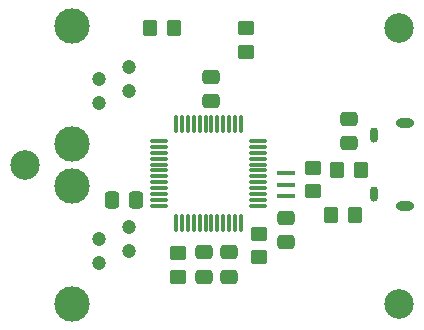
<source format=gbr>
%TF.GenerationSoftware,KiCad,Pcbnew,(5.99.0-8817-g721bf82603)*%
%TF.CreationDate,2021-02-09T01:09:19-06:00*%
%TF.ProjectId,VEXRS485ToSerial,56455852-5334-4383-9554-6f5365726961,rev?*%
%TF.SameCoordinates,Original*%
%TF.FileFunction,Soldermask,Bot*%
%TF.FilePolarity,Negative*%
%FSLAX46Y46*%
G04 Gerber Fmt 4.6, Leading zero omitted, Abs format (unit mm)*
G04 Created by KiCad (PCBNEW (5.99.0-8817-g721bf82603)) date 2021-02-09 01:09:19*
%MOMM*%
%LPD*%
G01*
G04 APERTURE LIST*
G04 Aperture macros list*
%AMRoundRect*
0 Rectangle with rounded corners*
0 $1 Rounding radius*
0 $2 $3 $4 $5 $6 $7 $8 $9 X,Y pos of 4 corners*
0 Add a 4 corners polygon primitive as box body*
4,1,4,$2,$3,$4,$5,$6,$7,$8,$9,$2,$3,0*
0 Add four circle primitives for the rounded corners*
1,1,$1+$1,$2,$3*
1,1,$1+$1,$4,$5*
1,1,$1+$1,$6,$7*
1,1,$1+$1,$8,$9*
0 Add four rect primitives between the rounded corners*
20,1,$1+$1,$2,$3,$4,$5,0*
20,1,$1+$1,$4,$5,$6,$7,0*
20,1,$1+$1,$6,$7,$8,$9,0*
20,1,$1+$1,$8,$9,$2,$3,0*%
G04 Aperture macros list end*
%ADD10C,2.500000*%
%ADD11C,3.000000*%
%ADD12C,1.200000*%
%ADD13O,0.650000X1.300000*%
%ADD14O,1.550000X0.775000*%
%ADD15R,1.600000X0.300000*%
%ADD16RoundRect,0.250000X-0.475000X0.337500X-0.475000X-0.337500X0.475000X-0.337500X0.475000X0.337500X0*%
%ADD17RoundRect,0.250000X0.337500X0.475000X-0.337500X0.475000X-0.337500X-0.475000X0.337500X-0.475000X0*%
%ADD18RoundRect,0.250000X0.350000X0.450000X-0.350000X0.450000X-0.350000X-0.450000X0.350000X-0.450000X0*%
%ADD19RoundRect,0.250000X0.450000X-0.350000X0.450000X0.350000X-0.450000X0.350000X-0.450000X-0.350000X0*%
%ADD20RoundRect,0.250000X0.475000X-0.337500X0.475000X0.337500X-0.475000X0.337500X-0.475000X-0.337500X0*%
%ADD21RoundRect,0.250000X-0.450000X0.350000X-0.450000X-0.350000X0.450000X-0.350000X0.450000X0.350000X0*%
%ADD22RoundRect,0.075000X0.075000X-0.662500X0.075000X0.662500X-0.075000X0.662500X-0.075000X-0.662500X0*%
%ADD23RoundRect,0.075000X0.662500X-0.075000X0.662500X0.075000X-0.662500X0.075000X-0.662500X-0.075000X0*%
G04 APERTURE END LIST*
D10*
%TO.C,H3*%
X92837000Y-83185000D03*
%TD*%
D11*
%TO.C,J2*%
X65159000Y-93011000D03*
X65159000Y-83011000D03*
D12*
X67459000Y-89541000D03*
X69999000Y-88521000D03*
X67459000Y-87501000D03*
X69999000Y-86481000D03*
%TD*%
D13*
%TO.C,J3*%
X90682500Y-97242000D03*
X90682500Y-92242000D03*
D14*
X93382500Y-98242000D03*
X93382500Y-91242000D03*
%TD*%
D10*
%TO.C,H1*%
X61163200Y-94792800D03*
%TD*%
D11*
%TO.C,J1*%
X65160000Y-96600000D03*
X65160000Y-106600000D03*
D12*
X67460000Y-103130000D03*
X70000000Y-102110000D03*
X67460000Y-101090000D03*
X70000000Y-100070000D03*
%TD*%
D10*
%TO.C,H2*%
X92837000Y-106553000D03*
%TD*%
D15*
%TO.C,Y1*%
X83312000Y-95504000D03*
X83312000Y-96454000D03*
X83312000Y-97404000D03*
%TD*%
D16*
%TO.C,C10*%
X78486000Y-102192000D03*
X78486000Y-104267000D03*
%TD*%
D17*
%TO.C,C8*%
X70612000Y-97790000D03*
X68537000Y-97790000D03*
%TD*%
D18*
%TO.C,R6*%
X89122000Y-99060000D03*
X87122000Y-99060000D03*
%TD*%
%TO.C,R5*%
X89630000Y-95250000D03*
X87630000Y-95250000D03*
%TD*%
D19*
%TO.C,R7*%
X81026000Y-102616000D03*
X81026000Y-100616000D03*
%TD*%
D20*
%TO.C,C9*%
X76962000Y-89408000D03*
X76962000Y-87333000D03*
%TD*%
%TO.C,C5*%
X88646000Y-92964000D03*
X88646000Y-90889000D03*
%TD*%
D21*
%TO.C,R11*%
X79883000Y-83217000D03*
X79883000Y-85217000D03*
%TD*%
%TO.C,R8*%
X74168000Y-102267000D03*
X74168000Y-104267000D03*
%TD*%
D18*
%TO.C,R10*%
X73787000Y-83185000D03*
X71787000Y-83185000D03*
%TD*%
D20*
%TO.C,C6*%
X83312000Y-101346000D03*
X83312000Y-99271000D03*
%TD*%
D19*
%TO.C,R9*%
X85598000Y-97028000D03*
X85598000Y-95028000D03*
%TD*%
D20*
%TO.C,C7*%
X76327000Y-104267000D03*
X76327000Y-102192000D03*
%TD*%
D22*
%TO.C,U3*%
X79458000Y-99666500D03*
X78958000Y-99666500D03*
X78458000Y-99666500D03*
X77958000Y-99666500D03*
X77458000Y-99666500D03*
X76958000Y-99666500D03*
X76458000Y-99666500D03*
X75958000Y-99666500D03*
X75458000Y-99666500D03*
X74958000Y-99666500D03*
X74458000Y-99666500D03*
X73958000Y-99666500D03*
D23*
X72545500Y-98254000D03*
X72545500Y-97754000D03*
X72545500Y-97254000D03*
X72545500Y-96754000D03*
X72545500Y-96254000D03*
X72545500Y-95754000D03*
X72545500Y-95254000D03*
X72545500Y-94754000D03*
X72545500Y-94254000D03*
X72545500Y-93754000D03*
X72545500Y-93254000D03*
X72545500Y-92754000D03*
D22*
X73958000Y-91341500D03*
X74458000Y-91341500D03*
X74958000Y-91341500D03*
X75458000Y-91341500D03*
X75958000Y-91341500D03*
X76458000Y-91341500D03*
X76958000Y-91341500D03*
X77458000Y-91341500D03*
X77958000Y-91341500D03*
X78458000Y-91341500D03*
X78958000Y-91341500D03*
X79458000Y-91341500D03*
D23*
X80870500Y-92754000D03*
X80870500Y-93254000D03*
X80870500Y-93754000D03*
X80870500Y-94254000D03*
X80870500Y-94754000D03*
X80870500Y-95254000D03*
X80870500Y-95754000D03*
X80870500Y-96254000D03*
X80870500Y-96754000D03*
X80870500Y-97254000D03*
X80870500Y-97754000D03*
X80870500Y-98254000D03*
%TD*%
M02*

</source>
